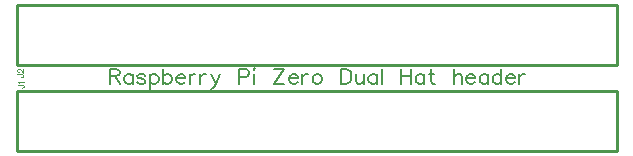
<source format=gbr>
G04 DipTrace 3.0.0.2*
G04 TopSilk.gbr*
%MOMM*%
G04 #@! TF.FileFunction,Legend,Top*
G04 #@! TF.Part,Single*
%ADD10C,0.254*%
%ADD23C,0.07843*%
%ADD24C,0.19608*%
%FSLAX35Y35*%
G04*
G71*
G90*
G75*
G01*
G04 TopSilk*
%LPD*%
X5118000Y37000D2*
D10*
Y545000D1*
X38000Y37000D2*
Y545000D1*
X5118000D1*
X38000Y37000D2*
X5118000D1*
X5119333Y761000D2*
Y1269000D1*
X39333Y761000D2*
Y1269000D1*
X5119333D1*
X39333Y761000D2*
X5119333D1*
X47260Y595103D2*
D23*
X86119D1*
X93419Y592688D1*
X95833Y590218D1*
X98304Y585388D1*
Y580503D1*
X95833Y575674D1*
X93419Y573259D1*
X86118Y570789D1*
X81289D1*
X57031Y610789D2*
X54560Y615675D1*
X47316Y622975D1*
X98304D1*
X44643Y683903D2*
X83502D1*
X90802Y681488D1*
X93217Y679018D1*
X95687Y674188D1*
Y669303D1*
X93217Y664474D1*
X90802Y662059D1*
X83502Y659589D1*
X78673D1*
X56829Y702060D2*
X54414D1*
X49529Y704475D1*
X47114Y706889D1*
X44700Y711775D1*
Y721489D1*
X47114Y726319D1*
X49529Y728733D1*
X54414Y731204D1*
X59244D1*
X64129Y728733D1*
X71373Y723904D1*
X95687Y699589D1*
Y733618D1*
X825197Y669412D2*
D24*
X879807D1*
X898057Y675589D1*
X904234Y681625D1*
X910270Y693698D1*
Y705912D1*
X904234Y717985D1*
X898057Y724162D1*
X879807Y730198D1*
X825197D1*
Y602589D1*
X867734Y669412D2*
X910270Y602589D1*
X1022346Y687662D2*
Y602589D1*
Y669412D2*
X1010273Y681625D1*
X998059Y687662D1*
X979949D1*
X967736Y681625D1*
X955663Y669412D1*
X949486Y651162D1*
Y639089D1*
X955663Y620839D1*
X967736Y608766D1*
X979949Y602589D1*
X998059D1*
X1010273Y608766D1*
X1022346Y620839D1*
X1128384Y669412D2*
X1122348Y681625D1*
X1104098Y687662D1*
X1085848D1*
X1067598Y681625D1*
X1061561Y669412D1*
X1067598Y657339D1*
X1079811Y651162D1*
X1110134Y645125D1*
X1122348Y639089D1*
X1128384Y626875D1*
Y620839D1*
X1122348Y608766D1*
X1104098Y602589D1*
X1085848D1*
X1067598Y608766D1*
X1061561Y620839D1*
X1167600Y687662D2*
Y560052D1*
Y669412D2*
X1179814Y681485D1*
X1191887Y687662D1*
X1210137D1*
X1222350Y681485D1*
X1234423Y669412D1*
X1240600Y651162D1*
Y638948D1*
X1234423Y620839D1*
X1222350Y608625D1*
X1210137Y602589D1*
X1191887D1*
X1179814Y608625D1*
X1167600Y620839D1*
X1279816Y730198D2*
Y602589D1*
Y669412D2*
X1292029Y681625D1*
X1304102Y687662D1*
X1322352D1*
X1334425Y681625D1*
X1346639Y669412D1*
X1352675Y651162D1*
Y639089D1*
X1346639Y620839D1*
X1334425Y608766D1*
X1322352Y602589D1*
X1304102D1*
X1292029Y608766D1*
X1279816Y620839D1*
X1391891Y651162D2*
X1464751D1*
Y663375D1*
X1458714Y675589D1*
X1452678Y681625D1*
X1440464Y687662D1*
X1422214D1*
X1410141Y681625D1*
X1397928Y669412D1*
X1391891Y651162D1*
Y639089D1*
X1397928Y620839D1*
X1410141Y608766D1*
X1422214Y602589D1*
X1440464D1*
X1452678Y608766D1*
X1464751Y620839D1*
X1503966Y687662D2*
Y602589D1*
Y651162D2*
X1510143Y669412D1*
X1522216Y681625D1*
X1534430Y687662D1*
X1552680D1*
X1591896D2*
Y602589D1*
Y651162D2*
X1598072Y669412D1*
X1610146Y681625D1*
X1622359Y687662D1*
X1640609D1*
X1686002D2*
X1722361Y602589D1*
X1710288Y578302D1*
X1698075Y566089D1*
X1686002Y560052D1*
X1679825D1*
X1758861Y687662D2*
X1722361Y602589D1*
X1921523Y663375D2*
X1976273D1*
X1994383Y669412D1*
X2000560Y675589D1*
X2006596Y687662D1*
Y705912D1*
X2000560Y717985D1*
X1994383Y724162D1*
X1976273Y730198D1*
X1921523D1*
Y602589D1*
X2045812Y730198D2*
X2051849Y724162D1*
X2058026Y730198D1*
X2051849Y736375D1*
X2045812Y730198D1*
X2051849Y687662D2*
Y602589D1*
X2220688Y730198D2*
X2305761D1*
X2220688Y602589D1*
X2305761D1*
X2344976Y651162D2*
X2417836D1*
Y663375D1*
X2411800Y675589D1*
X2405763Y681625D1*
X2393550Y687662D1*
X2375300D1*
X2363226Y681625D1*
X2351013Y669412D1*
X2344976Y651162D1*
Y639089D1*
X2351013Y620839D1*
X2363226Y608766D1*
X2375300Y602589D1*
X2393550D1*
X2405763Y608766D1*
X2417836Y620839D1*
X2457052Y687662D2*
Y602589D1*
Y651162D2*
X2463229Y669412D1*
X2475302Y681625D1*
X2487515Y687662D1*
X2505765D1*
X2575304D2*
X2563231Y681625D1*
X2551017Y669412D1*
X2544981Y651162D1*
Y639089D1*
X2551017Y620839D1*
X2563231Y608766D1*
X2575304Y602589D1*
X2593554D1*
X2605767Y608766D1*
X2617841Y620839D1*
X2624017Y639089D1*
Y651162D1*
X2617841Y669412D1*
X2605767Y681625D1*
X2593554Y687662D1*
X2575304D1*
X2786680Y730198D2*
Y602589D1*
X2829216D1*
X2847466Y608766D1*
X2859680Y620839D1*
X2865716Y633052D1*
X2871753Y651162D1*
Y681625D1*
X2865716Y699875D1*
X2859680Y711948D1*
X2847466Y724162D1*
X2829216Y730198D1*
X2786680D1*
X2910968Y687662D2*
Y626875D1*
X2917005Y608766D1*
X2929218Y602589D1*
X2947468D1*
X2959541Y608766D1*
X2977791Y626875D1*
Y687662D2*
Y602589D1*
X3089867Y687662D2*
Y602589D1*
Y669412D2*
X3077794Y681625D1*
X3065580Y687662D1*
X3047471D1*
X3035257Y681625D1*
X3023184Y669412D1*
X3017007Y651162D1*
Y639089D1*
X3023184Y620839D1*
X3035257Y608766D1*
X3047471Y602589D1*
X3065580D1*
X3077794Y608766D1*
X3089867Y620839D1*
X3129082Y730198D2*
Y602589D1*
X3291745Y730198D2*
Y602589D1*
X3376818Y730198D2*
Y602589D1*
X3291745Y669412D2*
X3376818D1*
X3488893Y687662D2*
Y602589D1*
Y669412D2*
X3476820Y681625D1*
X3464606Y687662D1*
X3446497D1*
X3434283Y681625D1*
X3422210Y669412D1*
X3416033Y651162D1*
Y639089D1*
X3422210Y620839D1*
X3434283Y608766D1*
X3446497Y602589D1*
X3464606D1*
X3476820Y608766D1*
X3488893Y620839D1*
X3546359Y730198D2*
Y626875D1*
X3552395Y608766D1*
X3564609Y602589D1*
X3576682D1*
X3528109Y687662D2*
X3570645D1*
X3739344Y730198D2*
Y602589D1*
Y663375D2*
X3757594Y681625D1*
X3769807Y687662D1*
X3788057D1*
X3800130Y681625D1*
X3806167Y663375D1*
Y602589D1*
X3845383Y651162D2*
X3918242D1*
Y663375D1*
X3912206Y675589D1*
X3906169Y681625D1*
X3893956Y687662D1*
X3875706D1*
X3863633Y681625D1*
X3851419Y669412D1*
X3845383Y651162D1*
Y639089D1*
X3851419Y620839D1*
X3863633Y608766D1*
X3875706Y602589D1*
X3893956D1*
X3906169Y608766D1*
X3918242Y620839D1*
X4030318Y687662D2*
Y602589D1*
Y669412D2*
X4018244Y681625D1*
X4006031Y687662D1*
X3987921D1*
X3975708Y681625D1*
X3963635Y669412D1*
X3957458Y651162D1*
Y639089D1*
X3963635Y620839D1*
X3975708Y608766D1*
X3987921Y602589D1*
X4006031D1*
X4018244Y608766D1*
X4030318Y620839D1*
X4142393Y730198D2*
Y602589D1*
Y669412D2*
X4130320Y681625D1*
X4118106Y687662D1*
X4099856D1*
X4087783Y681625D1*
X4075570Y669412D1*
X4069533Y651162D1*
Y639089D1*
X4075570Y620839D1*
X4087783Y608766D1*
X4099856Y602589D1*
X4118106D1*
X4130320Y608766D1*
X4142393Y620839D1*
X4181609Y651162D2*
X4254468D1*
Y663375D1*
X4248432Y675589D1*
X4242395Y681625D1*
X4230182Y687662D1*
X4211932D1*
X4199859Y681625D1*
X4187645Y669412D1*
X4181609Y651162D1*
Y639089D1*
X4187645Y620839D1*
X4199859Y608766D1*
X4211932Y602589D1*
X4230182D1*
X4242395Y608766D1*
X4254468Y620839D1*
X4293684Y687662D2*
Y602589D1*
Y651162D2*
X4299861Y669412D1*
X4311934Y681625D1*
X4324147Y687662D1*
X4342397D1*
M02*

</source>
